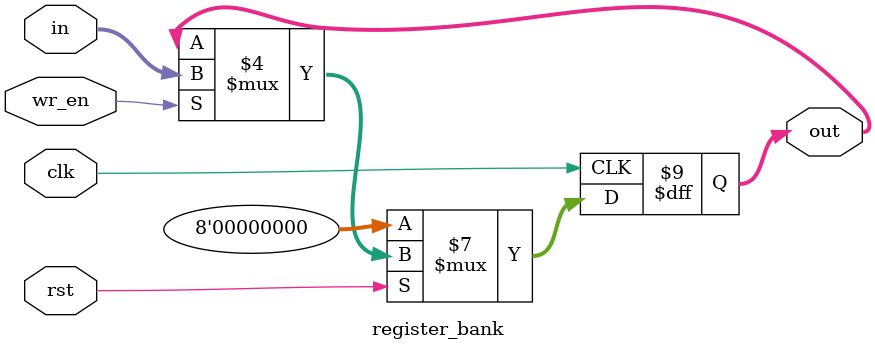
<source format=v>
module register_bank #(
   parameter WIDTH = 8 )
 (
   input                   clk,
   input                   rst,
   input                   wr_en,
   input       [WIDTH-1:0] in,
   output  reg [WIDTH-1:0] out
);
   
 always @(posedge clk) begin : proc_out
   if(!rst) begin
     out <= 0;
   end else if (wr_en) out <= in;
   else begin
     out <= out;
   end
 end
endmodule

</source>
